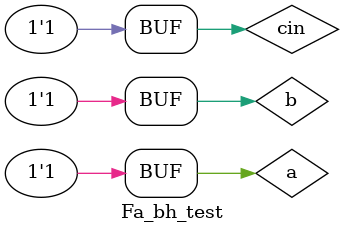
<source format=v>
`timescale 1ns/1ps
module Fa_bh_test;
reg a,b,cin;
wire s,c;
Fa_bh uut(.s(s),.c(c),.a(a),.b(b),.cin(cin));
initial begin
$monitor("s=%b,c=%b,a=%b,b=%b,cin=%b",s,c,a,b,cin);
end 
initial 
begin
#10 a=0;b=0;cin=0;
#10 a=0;b=0;cin=1;
#10 a=0;b=1;cin=0;
#10 a=0;b=1;cin=1;
#10 a=1;b=0;cin=0;
#10 a=1;b=0;cin=1;
#10 a=1;b=1;cin=0;
#10 a=1;b=1;cin=1;
end
initial begin
$dumpfile("Fawave.vcd");
$dumpvars();
end 
endmodule

</source>
